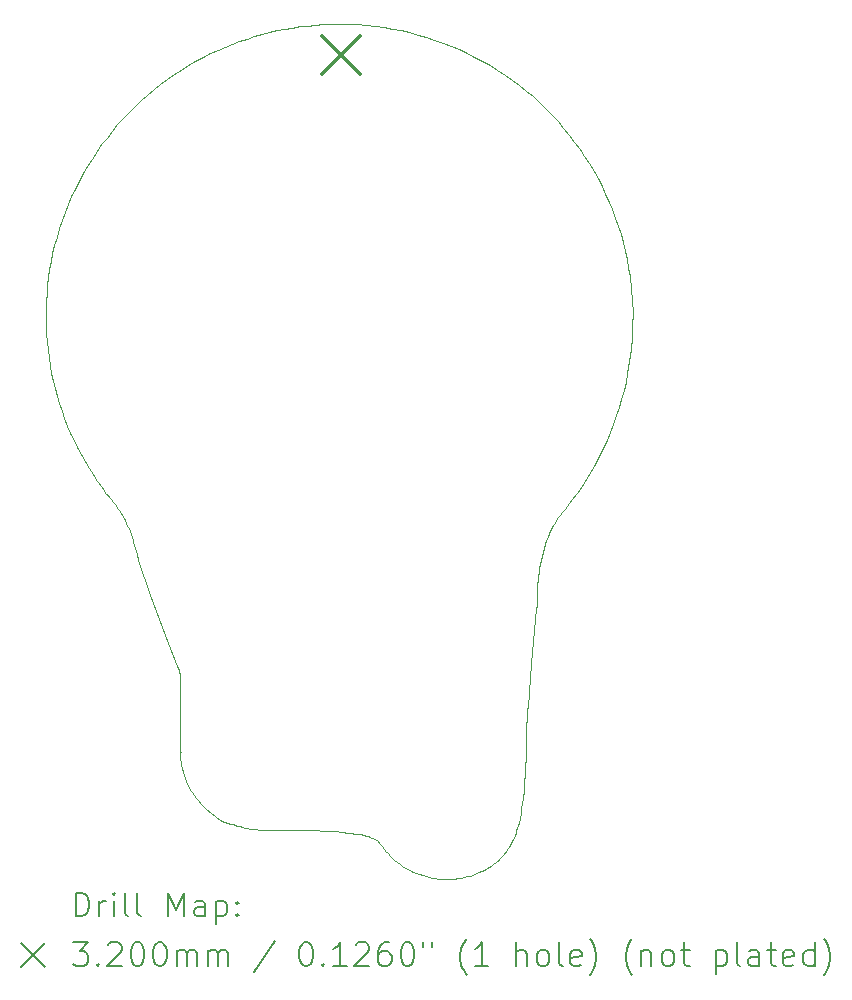
<source format=gbr>
%TF.GenerationSoftware,KiCad,Pcbnew,(6.0.8)*%
%TF.CreationDate,2022-10-01T01:52:23+02:00*%
%TF.ProjectId,ea_logobulb,65615f6c-6f67-46f6-9275-6c622e6b6963,rev?*%
%TF.SameCoordinates,Original*%
%TF.FileFunction,Drillmap*%
%TF.FilePolarity,Positive*%
%FSLAX45Y45*%
G04 Gerber Fmt 4.5, Leading zero omitted, Abs format (unit mm)*
G04 Created by KiCad (PCBNEW (6.0.8)) date 2022-10-01 01:52:23*
%MOMM*%
%LPD*%
G01*
G04 APERTURE LIST*
%ADD10C,0.100000*%
%ADD11C,0.200000*%
%ADD12C,0.320000*%
G04 APERTURE END LIST*
D10*
X13971382Y-5269452D02*
X13978167Y-5269499D01*
X14052056Y-5270818D01*
X14125865Y-5274357D01*
X14199532Y-5280101D01*
X14272995Y-5288035D01*
X14346190Y-5298145D01*
X14419054Y-5310414D01*
X14491526Y-5324828D01*
X14563541Y-5341373D01*
X14635037Y-5360031D01*
X14705951Y-5380790D01*
X14776221Y-5403633D01*
X14845784Y-5428546D01*
X14914576Y-5455514D01*
X14982535Y-5484520D01*
X15049598Y-5515551D01*
X15115702Y-5548592D01*
X15181489Y-5583851D01*
X15246167Y-5621096D01*
X15309683Y-5660284D01*
X15371986Y-5701371D01*
X15433025Y-5744314D01*
X15492749Y-5789069D01*
X15551106Y-5835593D01*
X15608046Y-5883841D01*
X15663517Y-5933770D01*
X15717467Y-5985337D01*
X15769846Y-6038498D01*
X15820603Y-6093209D01*
X15869685Y-6149427D01*
X15917042Y-6207109D01*
X15962622Y-6266209D01*
X16006375Y-6326686D01*
X16047569Y-6387174D01*
X16086921Y-6448869D01*
X16124408Y-6511711D01*
X16160005Y-6575641D01*
X16193689Y-6640600D01*
X16225436Y-6706528D01*
X16255222Y-6773365D01*
X16283024Y-6841052D01*
X16308817Y-6909529D01*
X16332579Y-6978737D01*
X16354284Y-7048616D01*
X16373909Y-7119107D01*
X16391431Y-7190151D01*
X16406826Y-7261687D01*
X16420070Y-7333656D01*
X16431138Y-7405998D01*
X16443053Y-7508257D01*
X16450740Y-7610909D01*
X16454241Y-7713791D01*
X16453596Y-7816736D01*
X16448845Y-7919581D01*
X16440030Y-8022159D01*
X16427189Y-8124306D01*
X16410365Y-8225856D01*
X16395731Y-8298631D01*
X16378991Y-8370944D01*
X16360171Y-8442741D01*
X16339294Y-8513964D01*
X16316385Y-8584561D01*
X16291469Y-8654474D01*
X16264571Y-8723650D01*
X16235716Y-8792034D01*
X16204927Y-8859569D01*
X16172230Y-8926201D01*
X16137650Y-8991875D01*
X16101211Y-9056536D01*
X16062938Y-9120128D01*
X16022856Y-9182597D01*
X15980988Y-9243888D01*
X15937361Y-9303944D01*
X15927840Y-9316803D01*
X15918120Y-9329511D01*
X15898332Y-9354658D01*
X15878488Y-9379757D01*
X15868699Y-9392404D01*
X15859081Y-9405179D01*
X15851750Y-9413020D01*
X15844673Y-9421064D01*
X15837838Y-9429298D01*
X15831231Y-9437709D01*
X15824840Y-9446283D01*
X15818651Y-9455009D01*
X15812653Y-9463872D01*
X15806832Y-9472860D01*
X15795671Y-9491158D01*
X15785066Y-9509798D01*
X15774914Y-9528676D01*
X15765114Y-9547686D01*
X15750457Y-9578926D01*
X15736884Y-9610598D01*
X15724369Y-9642672D01*
X15712890Y-9675114D01*
X15702422Y-9707892D01*
X15692940Y-9740976D01*
X15684421Y-9774333D01*
X15676839Y-9807930D01*
X15670172Y-9841736D01*
X15664394Y-9875719D01*
X15659482Y-9909846D01*
X15655411Y-9944087D01*
X15652157Y-9978408D01*
X15649696Y-10012778D01*
X15648004Y-10047164D01*
X15647056Y-10081536D01*
X15646998Y-10109589D01*
X15646333Y-10137639D01*
X15645021Y-10165665D01*
X15643017Y-10193645D01*
X15640283Y-10221558D01*
X15636774Y-10249383D01*
X15632450Y-10277097D01*
X15627269Y-10304680D01*
X15613092Y-10492150D01*
X15597722Y-10679535D01*
X15565812Y-11054215D01*
X15564310Y-11070583D01*
X15563065Y-11086971D01*
X15560960Y-11119774D01*
X15558735Y-11152563D01*
X15557339Y-11168934D01*
X15555627Y-11185279D01*
X15555308Y-11197277D01*
X15555180Y-11209286D01*
X15555274Y-11233327D01*
X15555467Y-11257380D01*
X15555462Y-11269403D01*
X15555315Y-11281421D01*
X15552717Y-11416770D01*
X15550372Y-11484425D01*
X15547240Y-11552047D01*
X15543253Y-11619620D01*
X15538344Y-11687128D01*
X15532446Y-11754557D01*
X15525491Y-11821891D01*
X15520139Y-11864769D01*
X15514174Y-11907662D01*
X15507304Y-11950445D01*
X15499236Y-11992993D01*
X15489677Y-12035179D01*
X15484246Y-12056098D01*
X15478333Y-12076879D01*
X15471901Y-12097508D01*
X15464912Y-12117967D01*
X15457331Y-12138243D01*
X15449121Y-12158318D01*
X15441946Y-12174099D01*
X15434388Y-12189716D01*
X15426420Y-12205134D01*
X15418019Y-12220317D01*
X15409157Y-12235228D01*
X15399808Y-12249832D01*
X15394943Y-12257008D01*
X15389948Y-12264093D01*
X15384817Y-12271083D01*
X15379549Y-12277974D01*
X15376860Y-12281766D01*
X15374104Y-12285501D01*
X15371288Y-12289184D01*
X15368414Y-12292818D01*
X15362510Y-12299953D01*
X15356427Y-12306934D01*
X15350197Y-12313790D01*
X15343854Y-12320549D01*
X15330957Y-12333888D01*
X15327368Y-12337968D01*
X15323651Y-12341907D01*
X15319819Y-12345719D01*
X15315884Y-12349418D01*
X15311858Y-12353016D01*
X15307755Y-12356528D01*
X15299361Y-12363346D01*
X15290802Y-12369980D01*
X15282175Y-12376540D01*
X15273578Y-12383134D01*
X15265110Y-12389869D01*
X15251971Y-12398632D01*
X15238640Y-12407121D01*
X15225125Y-12415326D01*
X15211432Y-12423237D01*
X15197566Y-12430843D01*
X15183533Y-12438135D01*
X15169339Y-12445102D01*
X15154992Y-12451734D01*
X15129956Y-12462387D01*
X15104509Y-12471990D01*
X15078693Y-12480540D01*
X15052553Y-12488033D01*
X15026131Y-12494464D01*
X14999473Y-12499830D01*
X14972620Y-12504127D01*
X14945616Y-12507349D01*
X14918506Y-12509493D01*
X14891332Y-12510555D01*
X14864138Y-12510531D01*
X14836967Y-12509417D01*
X14809864Y-12507208D01*
X14782872Y-12503901D01*
X14756033Y-12499490D01*
X14729392Y-12493973D01*
X14702824Y-12487444D01*
X14676557Y-12479817D01*
X14650630Y-12471117D01*
X14625082Y-12461365D01*
X14599950Y-12450584D01*
X14575273Y-12438798D01*
X14551090Y-12426028D01*
X14527439Y-12412299D01*
X14504358Y-12397632D01*
X14481885Y-12382050D01*
X14460060Y-12365576D01*
X14438919Y-12348233D01*
X14418503Y-12330044D01*
X14398848Y-12311031D01*
X14379994Y-12291217D01*
X14361978Y-12270625D01*
X14355753Y-12263381D01*
X14349721Y-12255994D01*
X14343861Y-12248478D01*
X14338152Y-12240849D01*
X14332572Y-12233124D01*
X14327098Y-12225318D01*
X14316384Y-12209527D01*
X14311779Y-12203375D01*
X14306794Y-12197663D01*
X14301459Y-12192367D01*
X14295806Y-12187459D01*
X14289864Y-12182915D01*
X14283664Y-12178708D01*
X14277237Y-12174813D01*
X14270612Y-12171204D01*
X14263821Y-12167854D01*
X14256894Y-12164738D01*
X14249861Y-12161831D01*
X14242753Y-12159105D01*
X14228432Y-12154098D01*
X14214177Y-12149508D01*
X14196723Y-12144687D01*
X14179183Y-12140257D01*
X14143877Y-12132481D01*
X14108312Y-12125992D01*
X14072544Y-12120601D01*
X14036628Y-12116120D01*
X14000619Y-12112360D01*
X13928543Y-12106250D01*
X13849180Y-12101618D01*
X13769769Y-12098237D01*
X13610847Y-12094410D01*
X13451857Y-12093131D01*
X13292881Y-12092764D01*
X13266897Y-12089550D01*
X13241762Y-12086032D01*
X13217449Y-12082217D01*
X13193930Y-12078113D01*
X13171177Y-12073730D01*
X13149161Y-12069075D01*
X13127856Y-12064155D01*
X13107233Y-12058980D01*
X13087265Y-12053558D01*
X13067923Y-12047896D01*
X13049180Y-12042003D01*
X13031007Y-12035887D01*
X12996263Y-12023019D01*
X12963468Y-12009356D01*
X12846190Y-11919777D01*
X12836433Y-11910768D01*
X12826840Y-11901585D01*
X12817417Y-11892226D01*
X12808171Y-11882693D01*
X12799111Y-11872986D01*
X12790241Y-11863103D01*
X12781571Y-11853045D01*
X12773106Y-11842813D01*
X12756179Y-11821148D01*
X12740181Y-11798798D01*
X12725129Y-11775807D01*
X12711039Y-11752216D01*
X12697926Y-11728069D01*
X12685807Y-11703407D01*
X12674698Y-11678274D01*
X12664615Y-11652711D01*
X12655574Y-11626761D01*
X12647591Y-11600468D01*
X12640683Y-11573872D01*
X12634864Y-11547017D01*
X12630152Y-11519946D01*
X12626562Y-11492701D01*
X12624110Y-11465324D01*
X12622813Y-11437857D01*
X12622780Y-11433720D01*
X12622654Y-11433258D01*
X12622362Y-11431588D01*
X12622227Y-11429857D01*
X12622228Y-11428163D01*
X12622343Y-11426605D01*
X12622550Y-11425285D01*
X12622708Y-11424721D01*
X12622780Y-11433720D01*
X12622867Y-11434037D01*
X12623127Y-11434764D01*
X12623438Y-11435425D01*
X12623802Y-11436009D01*
X12624223Y-11436502D01*
X12624702Y-11436891D01*
X12625243Y-11437166D01*
X12625848Y-11437312D01*
X12626520Y-11437318D01*
X12627263Y-11437172D01*
X12628077Y-11436860D01*
X12628968Y-11436370D01*
X12624186Y-11425727D01*
X12624023Y-11424949D01*
X12623853Y-11424367D01*
X12623677Y-11423969D01*
X12623500Y-11423742D01*
X12623323Y-11423675D01*
X12623150Y-11423753D01*
X12622984Y-11423966D01*
X12622827Y-11424301D01*
X12622708Y-11424721D01*
X12620143Y-11103512D01*
X12619885Y-10936331D01*
X12620788Y-10769155D01*
X12618414Y-10761368D01*
X12615864Y-10753614D01*
X12613178Y-10745887D01*
X12610398Y-10738180D01*
X12604717Y-10722795D01*
X12599149Y-10707402D01*
X12524000Y-10507438D01*
X12447788Y-10307862D01*
X12372835Y-10107826D01*
X12336557Y-10007370D01*
X12301465Y-9906481D01*
X12285135Y-9857430D01*
X12269649Y-9808112D01*
X12254776Y-9758603D01*
X12240284Y-9708982D01*
X12234471Y-9684584D01*
X12228072Y-9660332D01*
X12221088Y-9636241D01*
X12213524Y-9612327D01*
X12205384Y-9588604D01*
X12196672Y-9565085D01*
X12187391Y-9541786D01*
X12177546Y-9518721D01*
X12167140Y-9495905D01*
X12156177Y-9473353D01*
X12144662Y-9451078D01*
X12132597Y-9429095D01*
X12119986Y-9407419D01*
X12106835Y-9386064D01*
X12093145Y-9365046D01*
X12078922Y-9344378D01*
X12059155Y-9320096D01*
X12039249Y-9295904D01*
X12019514Y-9271569D01*
X12009806Y-9259275D01*
X12000256Y-9246857D01*
X11960186Y-9193593D01*
X11921590Y-9139256D01*
X11884489Y-9083889D01*
X11848905Y-9027536D01*
X11814859Y-8970240D01*
X11782373Y-8912047D01*
X11751467Y-8852998D01*
X11722163Y-8793138D01*
X11694482Y-8732511D01*
X11668446Y-8671161D01*
X11644075Y-8609130D01*
X11621391Y-8546463D01*
X11600416Y-8483204D01*
X11581170Y-8419396D01*
X11563674Y-8355082D01*
X11547951Y-8290308D01*
X11533659Y-8223936D01*
X11521228Y-8157195D01*
X11510659Y-8090136D01*
X11501953Y-8022812D01*
X11495110Y-7955272D01*
X11490129Y-7887570D01*
X11487012Y-7819755D01*
X11485759Y-7751881D01*
X11486370Y-7683997D01*
X11488846Y-7616157D01*
X11493186Y-7548410D01*
X11499392Y-7480810D01*
X11507464Y-7413406D01*
X11517401Y-7346251D01*
X11529205Y-7279397D01*
X11542876Y-7212894D01*
X11559520Y-7142011D01*
X11578279Y-7071664D01*
X11599125Y-7001911D01*
X11622030Y-6932808D01*
X11646967Y-6864411D01*
X11673907Y-6796778D01*
X11702824Y-6729965D01*
X11733689Y-6664030D01*
X11766475Y-6599027D01*
X11801154Y-6535016D01*
X11837699Y-6472052D01*
X11876082Y-6410191D01*
X11916274Y-6349492D01*
X11958250Y-6290010D01*
X12001980Y-6231803D01*
X12047437Y-6174927D01*
X12093371Y-6120631D01*
X12140866Y-6067706D01*
X12189875Y-6016185D01*
X12240351Y-5966103D01*
X12292246Y-5917493D01*
X12345514Y-5870391D01*
X12400108Y-5824830D01*
X12455981Y-5780845D01*
X12513085Y-5738470D01*
X12571374Y-5697740D01*
X12630800Y-5658687D01*
X12691316Y-5621348D01*
X12752876Y-5585755D01*
X12815432Y-5551944D01*
X12878937Y-5519948D01*
X12943344Y-5489802D01*
X13003650Y-5463503D01*
X13064634Y-5438832D01*
X13126253Y-5415799D01*
X13188461Y-5394413D01*
X13251213Y-5374681D01*
X13314465Y-5356615D01*
X13378171Y-5340222D01*
X13442288Y-5325511D01*
X13506769Y-5312493D01*
X13571571Y-5301175D01*
X13636648Y-5291566D01*
X13701956Y-5283677D01*
X13767450Y-5277515D01*
X13833084Y-5273090D01*
X13898815Y-5270410D01*
X13964597Y-5269486D01*
X13964597Y-5269486D01*
X13967989Y-5269445D01*
X13971382Y-5269452D01*
D11*
D12*
X13827780Y-5374660D02*
X14147780Y-5694660D01*
X14147780Y-5374660D02*
X13827780Y-5694660D01*
D11*
X11738378Y-12826032D02*
X11738378Y-12626032D01*
X11785997Y-12626032D01*
X11814569Y-12635555D01*
X11833616Y-12654603D01*
X11843140Y-12673651D01*
X11852664Y-12711746D01*
X11852664Y-12740317D01*
X11843140Y-12778413D01*
X11833616Y-12797460D01*
X11814569Y-12816508D01*
X11785997Y-12826032D01*
X11738378Y-12826032D01*
X11938378Y-12826032D02*
X11938378Y-12692698D01*
X11938378Y-12730793D02*
X11947902Y-12711746D01*
X11957426Y-12702222D01*
X11976473Y-12692698D01*
X11995521Y-12692698D01*
X12062188Y-12826032D02*
X12062188Y-12692698D01*
X12062188Y-12626032D02*
X12052664Y-12635555D01*
X12062188Y-12645079D01*
X12071711Y-12635555D01*
X12062188Y-12626032D01*
X12062188Y-12645079D01*
X12185997Y-12826032D02*
X12166949Y-12816508D01*
X12157426Y-12797460D01*
X12157426Y-12626032D01*
X12290759Y-12826032D02*
X12271711Y-12816508D01*
X12262188Y-12797460D01*
X12262188Y-12626032D01*
X12519330Y-12826032D02*
X12519330Y-12626032D01*
X12585997Y-12768889D01*
X12652664Y-12626032D01*
X12652664Y-12826032D01*
X12833616Y-12826032D02*
X12833616Y-12721270D01*
X12824092Y-12702222D01*
X12805045Y-12692698D01*
X12766949Y-12692698D01*
X12747902Y-12702222D01*
X12833616Y-12816508D02*
X12814569Y-12826032D01*
X12766949Y-12826032D01*
X12747902Y-12816508D01*
X12738378Y-12797460D01*
X12738378Y-12778413D01*
X12747902Y-12759365D01*
X12766949Y-12749841D01*
X12814569Y-12749841D01*
X12833616Y-12740317D01*
X12928854Y-12692698D02*
X12928854Y-12892698D01*
X12928854Y-12702222D02*
X12947902Y-12692698D01*
X12985997Y-12692698D01*
X13005045Y-12702222D01*
X13014569Y-12711746D01*
X13024092Y-12730793D01*
X13024092Y-12787936D01*
X13014569Y-12806984D01*
X13005045Y-12816508D01*
X12985997Y-12826032D01*
X12947902Y-12826032D01*
X12928854Y-12816508D01*
X13109807Y-12806984D02*
X13119330Y-12816508D01*
X13109807Y-12826032D01*
X13100283Y-12816508D01*
X13109807Y-12806984D01*
X13109807Y-12826032D01*
X13109807Y-12702222D02*
X13119330Y-12711746D01*
X13109807Y-12721270D01*
X13100283Y-12711746D01*
X13109807Y-12702222D01*
X13109807Y-12721270D01*
X11280759Y-13055555D02*
X11480759Y-13255555D01*
X11480759Y-13055555D02*
X11280759Y-13255555D01*
X11719330Y-13046032D02*
X11843140Y-13046032D01*
X11776473Y-13122222D01*
X11805045Y-13122222D01*
X11824092Y-13131746D01*
X11833616Y-13141270D01*
X11843140Y-13160317D01*
X11843140Y-13207936D01*
X11833616Y-13226984D01*
X11824092Y-13236508D01*
X11805045Y-13246032D01*
X11747902Y-13246032D01*
X11728854Y-13236508D01*
X11719330Y-13226984D01*
X11928854Y-13226984D02*
X11938378Y-13236508D01*
X11928854Y-13246032D01*
X11919330Y-13236508D01*
X11928854Y-13226984D01*
X11928854Y-13246032D01*
X12014569Y-13065079D02*
X12024092Y-13055555D01*
X12043140Y-13046032D01*
X12090759Y-13046032D01*
X12109807Y-13055555D01*
X12119330Y-13065079D01*
X12128854Y-13084127D01*
X12128854Y-13103174D01*
X12119330Y-13131746D01*
X12005045Y-13246032D01*
X12128854Y-13246032D01*
X12252664Y-13046032D02*
X12271711Y-13046032D01*
X12290759Y-13055555D01*
X12300283Y-13065079D01*
X12309807Y-13084127D01*
X12319330Y-13122222D01*
X12319330Y-13169841D01*
X12309807Y-13207936D01*
X12300283Y-13226984D01*
X12290759Y-13236508D01*
X12271711Y-13246032D01*
X12252664Y-13246032D01*
X12233616Y-13236508D01*
X12224092Y-13226984D01*
X12214569Y-13207936D01*
X12205045Y-13169841D01*
X12205045Y-13122222D01*
X12214569Y-13084127D01*
X12224092Y-13065079D01*
X12233616Y-13055555D01*
X12252664Y-13046032D01*
X12443140Y-13046032D02*
X12462188Y-13046032D01*
X12481235Y-13055555D01*
X12490759Y-13065079D01*
X12500283Y-13084127D01*
X12509807Y-13122222D01*
X12509807Y-13169841D01*
X12500283Y-13207936D01*
X12490759Y-13226984D01*
X12481235Y-13236508D01*
X12462188Y-13246032D01*
X12443140Y-13246032D01*
X12424092Y-13236508D01*
X12414569Y-13226984D01*
X12405045Y-13207936D01*
X12395521Y-13169841D01*
X12395521Y-13122222D01*
X12405045Y-13084127D01*
X12414569Y-13065079D01*
X12424092Y-13055555D01*
X12443140Y-13046032D01*
X12595521Y-13246032D02*
X12595521Y-13112698D01*
X12595521Y-13131746D02*
X12605045Y-13122222D01*
X12624092Y-13112698D01*
X12652664Y-13112698D01*
X12671711Y-13122222D01*
X12681235Y-13141270D01*
X12681235Y-13246032D01*
X12681235Y-13141270D02*
X12690759Y-13122222D01*
X12709807Y-13112698D01*
X12738378Y-13112698D01*
X12757426Y-13122222D01*
X12766949Y-13141270D01*
X12766949Y-13246032D01*
X12862188Y-13246032D02*
X12862188Y-13112698D01*
X12862188Y-13131746D02*
X12871711Y-13122222D01*
X12890759Y-13112698D01*
X12919330Y-13112698D01*
X12938378Y-13122222D01*
X12947902Y-13141270D01*
X12947902Y-13246032D01*
X12947902Y-13141270D02*
X12957426Y-13122222D01*
X12976473Y-13112698D01*
X13005045Y-13112698D01*
X13024092Y-13122222D01*
X13033616Y-13141270D01*
X13033616Y-13246032D01*
X13424092Y-13036508D02*
X13252664Y-13293651D01*
X13681235Y-13046032D02*
X13700283Y-13046032D01*
X13719330Y-13055555D01*
X13728854Y-13065079D01*
X13738378Y-13084127D01*
X13747902Y-13122222D01*
X13747902Y-13169841D01*
X13738378Y-13207936D01*
X13728854Y-13226984D01*
X13719330Y-13236508D01*
X13700283Y-13246032D01*
X13681235Y-13246032D01*
X13662188Y-13236508D01*
X13652664Y-13226984D01*
X13643140Y-13207936D01*
X13633616Y-13169841D01*
X13633616Y-13122222D01*
X13643140Y-13084127D01*
X13652664Y-13065079D01*
X13662188Y-13055555D01*
X13681235Y-13046032D01*
X13833616Y-13226984D02*
X13843140Y-13236508D01*
X13833616Y-13246032D01*
X13824092Y-13236508D01*
X13833616Y-13226984D01*
X13833616Y-13246032D01*
X14033616Y-13246032D02*
X13919330Y-13246032D01*
X13976473Y-13246032D02*
X13976473Y-13046032D01*
X13957426Y-13074603D01*
X13938378Y-13093651D01*
X13919330Y-13103174D01*
X14109807Y-13065079D02*
X14119330Y-13055555D01*
X14138378Y-13046032D01*
X14185997Y-13046032D01*
X14205045Y-13055555D01*
X14214569Y-13065079D01*
X14224092Y-13084127D01*
X14224092Y-13103174D01*
X14214569Y-13131746D01*
X14100283Y-13246032D01*
X14224092Y-13246032D01*
X14395521Y-13046032D02*
X14357426Y-13046032D01*
X14338378Y-13055555D01*
X14328854Y-13065079D01*
X14309807Y-13093651D01*
X14300283Y-13131746D01*
X14300283Y-13207936D01*
X14309807Y-13226984D01*
X14319330Y-13236508D01*
X14338378Y-13246032D01*
X14376473Y-13246032D01*
X14395521Y-13236508D01*
X14405045Y-13226984D01*
X14414569Y-13207936D01*
X14414569Y-13160317D01*
X14405045Y-13141270D01*
X14395521Y-13131746D01*
X14376473Y-13122222D01*
X14338378Y-13122222D01*
X14319330Y-13131746D01*
X14309807Y-13141270D01*
X14300283Y-13160317D01*
X14538378Y-13046032D02*
X14557426Y-13046032D01*
X14576473Y-13055555D01*
X14585997Y-13065079D01*
X14595521Y-13084127D01*
X14605045Y-13122222D01*
X14605045Y-13169841D01*
X14595521Y-13207936D01*
X14585997Y-13226984D01*
X14576473Y-13236508D01*
X14557426Y-13246032D01*
X14538378Y-13246032D01*
X14519330Y-13236508D01*
X14509807Y-13226984D01*
X14500283Y-13207936D01*
X14490759Y-13169841D01*
X14490759Y-13122222D01*
X14500283Y-13084127D01*
X14509807Y-13065079D01*
X14519330Y-13055555D01*
X14538378Y-13046032D01*
X14681235Y-13046032D02*
X14681235Y-13084127D01*
X14757426Y-13046032D02*
X14757426Y-13084127D01*
X15052664Y-13322222D02*
X15043140Y-13312698D01*
X15024092Y-13284127D01*
X15014569Y-13265079D01*
X15005045Y-13236508D01*
X14995521Y-13188889D01*
X14995521Y-13150793D01*
X15005045Y-13103174D01*
X15014569Y-13074603D01*
X15024092Y-13055555D01*
X15043140Y-13026984D01*
X15052664Y-13017460D01*
X15233616Y-13246032D02*
X15119330Y-13246032D01*
X15176473Y-13246032D02*
X15176473Y-13046032D01*
X15157426Y-13074603D01*
X15138378Y-13093651D01*
X15119330Y-13103174D01*
X15471711Y-13246032D02*
X15471711Y-13046032D01*
X15557426Y-13246032D02*
X15557426Y-13141270D01*
X15547902Y-13122222D01*
X15528854Y-13112698D01*
X15500283Y-13112698D01*
X15481235Y-13122222D01*
X15471711Y-13131746D01*
X15681235Y-13246032D02*
X15662188Y-13236508D01*
X15652664Y-13226984D01*
X15643140Y-13207936D01*
X15643140Y-13150793D01*
X15652664Y-13131746D01*
X15662188Y-13122222D01*
X15681235Y-13112698D01*
X15709807Y-13112698D01*
X15728854Y-13122222D01*
X15738378Y-13131746D01*
X15747902Y-13150793D01*
X15747902Y-13207936D01*
X15738378Y-13226984D01*
X15728854Y-13236508D01*
X15709807Y-13246032D01*
X15681235Y-13246032D01*
X15862188Y-13246032D02*
X15843140Y-13236508D01*
X15833616Y-13217460D01*
X15833616Y-13046032D01*
X16014569Y-13236508D02*
X15995521Y-13246032D01*
X15957426Y-13246032D01*
X15938378Y-13236508D01*
X15928854Y-13217460D01*
X15928854Y-13141270D01*
X15938378Y-13122222D01*
X15957426Y-13112698D01*
X15995521Y-13112698D01*
X16014569Y-13122222D01*
X16024092Y-13141270D01*
X16024092Y-13160317D01*
X15928854Y-13179365D01*
X16090759Y-13322222D02*
X16100283Y-13312698D01*
X16119330Y-13284127D01*
X16128854Y-13265079D01*
X16138378Y-13236508D01*
X16147902Y-13188889D01*
X16147902Y-13150793D01*
X16138378Y-13103174D01*
X16128854Y-13074603D01*
X16119330Y-13055555D01*
X16100283Y-13026984D01*
X16090759Y-13017460D01*
X16452664Y-13322222D02*
X16443140Y-13312698D01*
X16424092Y-13284127D01*
X16414569Y-13265079D01*
X16405045Y-13236508D01*
X16395521Y-13188889D01*
X16395521Y-13150793D01*
X16405045Y-13103174D01*
X16414569Y-13074603D01*
X16424092Y-13055555D01*
X16443140Y-13026984D01*
X16452664Y-13017460D01*
X16528854Y-13112698D02*
X16528854Y-13246032D01*
X16528854Y-13131746D02*
X16538378Y-13122222D01*
X16557426Y-13112698D01*
X16585997Y-13112698D01*
X16605045Y-13122222D01*
X16614569Y-13141270D01*
X16614569Y-13246032D01*
X16738378Y-13246032D02*
X16719330Y-13236508D01*
X16709807Y-13226984D01*
X16700283Y-13207936D01*
X16700283Y-13150793D01*
X16709807Y-13131746D01*
X16719330Y-13122222D01*
X16738378Y-13112698D01*
X16766949Y-13112698D01*
X16785997Y-13122222D01*
X16795521Y-13131746D01*
X16805045Y-13150793D01*
X16805045Y-13207936D01*
X16795521Y-13226984D01*
X16785997Y-13236508D01*
X16766949Y-13246032D01*
X16738378Y-13246032D01*
X16862188Y-13112698D02*
X16938378Y-13112698D01*
X16890759Y-13046032D02*
X16890759Y-13217460D01*
X16900283Y-13236508D01*
X16919331Y-13246032D01*
X16938378Y-13246032D01*
X17157426Y-13112698D02*
X17157426Y-13312698D01*
X17157426Y-13122222D02*
X17176473Y-13112698D01*
X17214569Y-13112698D01*
X17233616Y-13122222D01*
X17243140Y-13131746D01*
X17252664Y-13150793D01*
X17252664Y-13207936D01*
X17243140Y-13226984D01*
X17233616Y-13236508D01*
X17214569Y-13246032D01*
X17176473Y-13246032D01*
X17157426Y-13236508D01*
X17366950Y-13246032D02*
X17347902Y-13236508D01*
X17338378Y-13217460D01*
X17338378Y-13046032D01*
X17528854Y-13246032D02*
X17528854Y-13141270D01*
X17519331Y-13122222D01*
X17500283Y-13112698D01*
X17462188Y-13112698D01*
X17443140Y-13122222D01*
X17528854Y-13236508D02*
X17509807Y-13246032D01*
X17462188Y-13246032D01*
X17443140Y-13236508D01*
X17433616Y-13217460D01*
X17433616Y-13198413D01*
X17443140Y-13179365D01*
X17462188Y-13169841D01*
X17509807Y-13169841D01*
X17528854Y-13160317D01*
X17595521Y-13112698D02*
X17671711Y-13112698D01*
X17624092Y-13046032D02*
X17624092Y-13217460D01*
X17633616Y-13236508D01*
X17652664Y-13246032D01*
X17671711Y-13246032D01*
X17814569Y-13236508D02*
X17795521Y-13246032D01*
X17757426Y-13246032D01*
X17738378Y-13236508D01*
X17728854Y-13217460D01*
X17728854Y-13141270D01*
X17738378Y-13122222D01*
X17757426Y-13112698D01*
X17795521Y-13112698D01*
X17814569Y-13122222D01*
X17824092Y-13141270D01*
X17824092Y-13160317D01*
X17728854Y-13179365D01*
X17995521Y-13246032D02*
X17995521Y-13046032D01*
X17995521Y-13236508D02*
X17976473Y-13246032D01*
X17938378Y-13246032D01*
X17919331Y-13236508D01*
X17909807Y-13226984D01*
X17900283Y-13207936D01*
X17900283Y-13150793D01*
X17909807Y-13131746D01*
X17919331Y-13122222D01*
X17938378Y-13112698D01*
X17976473Y-13112698D01*
X17995521Y-13122222D01*
X18071711Y-13322222D02*
X18081235Y-13312698D01*
X18100283Y-13284127D01*
X18109807Y-13265079D01*
X18119331Y-13236508D01*
X18128854Y-13188889D01*
X18128854Y-13150793D01*
X18119331Y-13103174D01*
X18109807Y-13074603D01*
X18100283Y-13055555D01*
X18081235Y-13026984D01*
X18071711Y-13017460D01*
M02*

</source>
